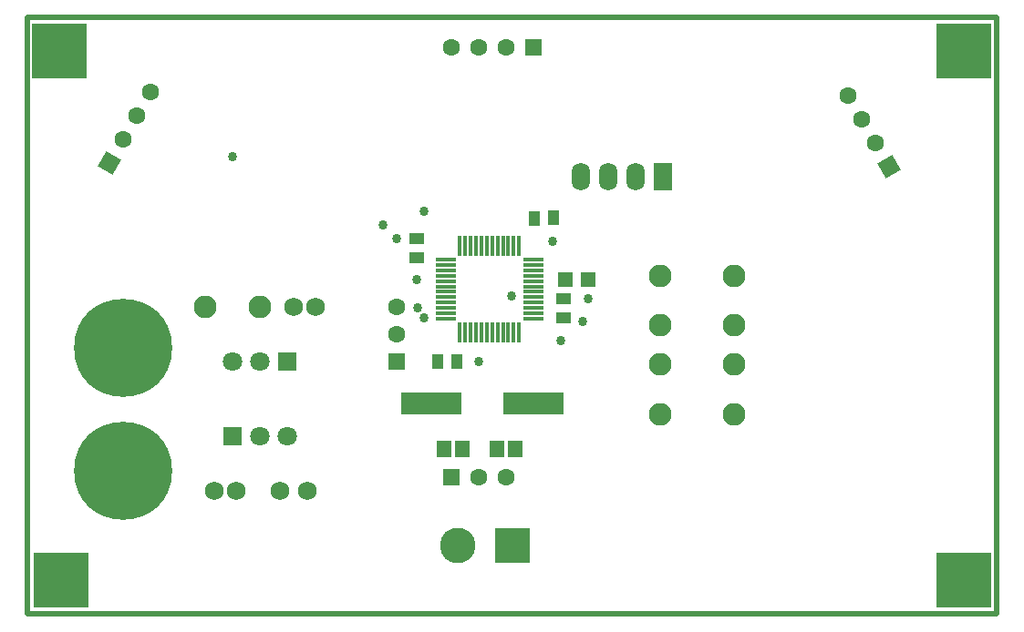
<source format=gbs>
G04*
G04 #@! TF.GenerationSoftware,Altium Limited,Altium Designer,19.1.5 (86)*
G04*
G04 Layer_Color=16711935*
%FSLAX25Y25*%
%MOIN*%
G70*
G01*
G75*
%ADD14C,0.02000*%
%ADD23R,0.05400X0.05400*%
%ADD27R,0.05518X0.06306*%
%ADD29C,0.07093*%
%ADD30R,0.07093X0.07093*%
%ADD31O,0.06699X0.10243*%
%ADD32R,0.06699X0.10243*%
%ADD33C,0.06306*%
%ADD34R,0.06306X0.06306*%
%ADD35C,0.35833*%
%ADD37C,0.06800*%
%ADD38C,0.08300*%
%ADD39C,0.12998*%
%ADD40R,0.12998X0.12998*%
%ADD41P,0.08917X4X165.0*%
%ADD42R,0.06306X0.06306*%
%ADD43P,0.08917X4X105.0*%
%ADD44R,0.20085X0.20085*%
%ADD45R,0.20085X0.20085*%
%ADD46C,0.03400*%
%ADD70O,0.07487X0.01581*%
%ADD71O,0.01581X0.07487*%
%ADD72R,0.22054X0.08274*%
%ADD73R,0.05518X0.04337*%
%ADD74R,0.04337X0.05518*%
D14*
X0Y276000D02*
X354500D01*
X-0Y57500D02*
X0Y276000D01*
X-0Y57500D02*
X354500D01*
X354500Y276000D01*
D23*
X196600Y180000D02*
D03*
X205000D02*
D03*
D27*
X152500Y118000D02*
D03*
X159193D02*
D03*
X178347D02*
D03*
X171653D02*
D03*
D29*
X95000Y122500D02*
D03*
X85000D02*
D03*
X75000Y150000D02*
D03*
X85000D02*
D03*
D30*
X75000Y122500D02*
D03*
X95000Y150000D02*
D03*
D31*
X202500Y217500D02*
D03*
X212500D02*
D03*
X222500D02*
D03*
D32*
X232500D02*
D03*
D33*
X135000Y170000D02*
D03*
Y160000D02*
D03*
X300000Y247321D02*
D03*
X305000Y238660D02*
D03*
X310000Y230000D02*
D03*
X165000Y107500D02*
D03*
X175000D02*
D03*
X45000Y248660D02*
D03*
X40000Y240000D02*
D03*
X35000Y231340D02*
D03*
X155000Y265000D02*
D03*
X165000D02*
D03*
X175000D02*
D03*
D34*
X135000Y150000D02*
D03*
D35*
X35000Y110000D02*
D03*
Y155000D02*
D03*
D37*
X102500Y102500D02*
D03*
X92500D02*
D03*
X105374Y170000D02*
D03*
X97500D02*
D03*
X68563Y102500D02*
D03*
X76437D02*
D03*
D38*
X85000Y170000D02*
D03*
X65000D02*
D03*
X231260Y130787D02*
D03*
Y148898D02*
D03*
X258425D02*
D03*
Y130787D02*
D03*
X231260Y163287D02*
D03*
Y181398D02*
D03*
X258425D02*
D03*
Y163287D02*
D03*
D39*
X157500Y82500D02*
D03*
D40*
X177500D02*
D03*
D41*
X315000Y221340D02*
D03*
D42*
X155000Y107500D02*
D03*
X185000Y265000D02*
D03*
D43*
X30000Y222679D02*
D03*
D44*
X11811Y263779D02*
D03*
X12500Y70000D02*
D03*
X342520Y263779D02*
D03*
D45*
X342500Y70000D02*
D03*
D46*
X205000Y173000D02*
D03*
X177000Y174000D02*
D03*
X195000Y157500D02*
D03*
X203039Y164539D02*
D03*
X192000Y194000D02*
D03*
X135000Y195000D02*
D03*
X145000Y165871D02*
D03*
X142899Y169601D02*
D03*
X165000Y150000D02*
D03*
X142500Y180000D02*
D03*
X75000Y225000D02*
D03*
X130000Y200000D02*
D03*
X145000Y205000D02*
D03*
D70*
X184945Y165673D02*
D03*
Y167642D02*
D03*
Y169610D02*
D03*
Y171579D02*
D03*
Y173547D02*
D03*
Y175516D02*
D03*
Y177484D02*
D03*
Y179453D02*
D03*
Y181421D02*
D03*
Y183390D02*
D03*
Y185358D02*
D03*
Y187327D02*
D03*
X153055D02*
D03*
Y185358D02*
D03*
Y183390D02*
D03*
Y181421D02*
D03*
Y179453D02*
D03*
Y177484D02*
D03*
Y175516D02*
D03*
Y173547D02*
D03*
Y171579D02*
D03*
Y169610D02*
D03*
Y167642D02*
D03*
Y165673D02*
D03*
D71*
X179827Y192445D02*
D03*
X177858D02*
D03*
X175890D02*
D03*
X173921D02*
D03*
X171953D02*
D03*
X169984D02*
D03*
X168016D02*
D03*
X166047D02*
D03*
X164079D02*
D03*
X162110D02*
D03*
X160142D02*
D03*
X158173D02*
D03*
Y160555D02*
D03*
X160142D02*
D03*
X162110D02*
D03*
X164079D02*
D03*
X166047D02*
D03*
X168016D02*
D03*
X169984D02*
D03*
X171953D02*
D03*
X173921D02*
D03*
X175890D02*
D03*
X177858D02*
D03*
X179827D02*
D03*
D72*
X185201Y134500D02*
D03*
X147799D02*
D03*
D73*
X142539Y187953D02*
D03*
X142500Y195000D02*
D03*
X196000Y173000D02*
D03*
X196039Y165953D02*
D03*
D74*
X150000Y150000D02*
D03*
X157047Y150039D02*
D03*
X192500Y202500D02*
D03*
X185453Y202461D02*
D03*
M02*

</source>
